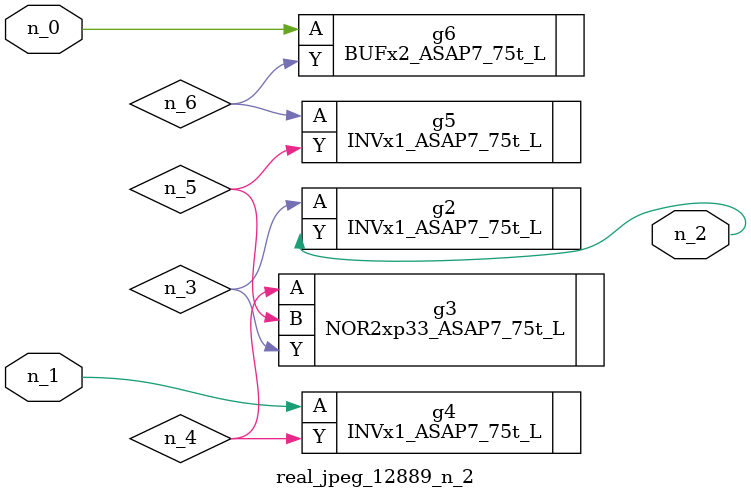
<source format=v>
module real_jpeg_12889_n_2 (n_1, n_0, n_2);

input n_1;
input n_0;

output n_2;

wire n_5;
wire n_4;
wire n_6;
wire n_3;

BUFx2_ASAP7_75t_L g6 ( 
.A(n_0),
.Y(n_6)
);

INVx1_ASAP7_75t_L g4 ( 
.A(n_1),
.Y(n_4)
);

INVx1_ASAP7_75t_L g2 ( 
.A(n_3),
.Y(n_2)
);

NOR2xp33_ASAP7_75t_L g3 ( 
.A(n_4),
.B(n_5),
.Y(n_3)
);

INVx1_ASAP7_75t_L g5 ( 
.A(n_6),
.Y(n_5)
);


endmodule
</source>
